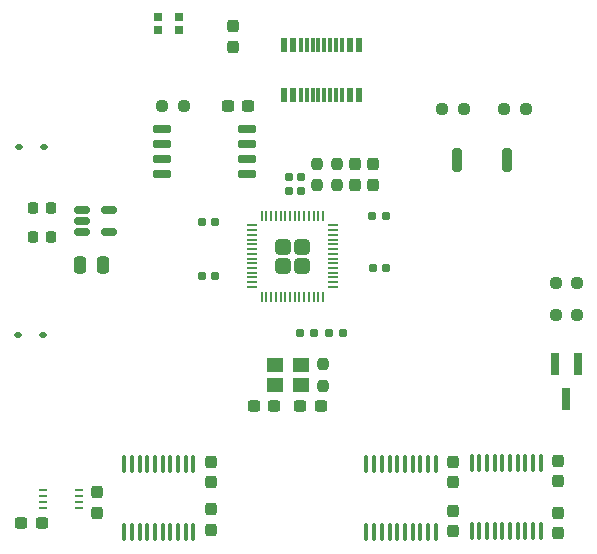
<source format=gtp>
G04 #@! TF.GenerationSoftware,KiCad,Pcbnew,9.0.5*
G04 #@! TF.CreationDate,2025-10-24T14:18:36+02:00*
G04 #@! TF.ProjectId,GameboyCartridgeV1.1,47616d65-626f-4794-9361-727472696467,rev?*
G04 #@! TF.SameCoordinates,Original*
G04 #@! TF.FileFunction,Paste,Top*
G04 #@! TF.FilePolarity,Positive*
%FSLAX46Y46*%
G04 Gerber Fmt 4.6, Leading zero omitted, Abs format (unit mm)*
G04 Created by KiCad (PCBNEW 9.0.5) date 2025-10-24 14:18:36*
%MOMM*%
%LPD*%
G01*
G04 APERTURE LIST*
G04 Aperture macros list*
%AMRoundRect*
0 Rectangle with rounded corners*
0 $1 Rounding radius*
0 $2 $3 $4 $5 $6 $7 $8 $9 X,Y pos of 4 corners*
0 Add a 4 corners polygon primitive as box body*
4,1,4,$2,$3,$4,$5,$6,$7,$8,$9,$2,$3,0*
0 Add four circle primitives for the rounded corners*
1,1,$1+$1,$2,$3*
1,1,$1+$1,$4,$5*
1,1,$1+$1,$6,$7*
1,1,$1+$1,$8,$9*
0 Add four rect primitives between the rounded corners*
20,1,$1+$1,$2,$3,$4,$5,0*
20,1,$1+$1,$4,$5,$6,$7,0*
20,1,$1+$1,$6,$7,$8,$9,0*
20,1,$1+$1,$8,$9,$2,$3,0*%
G04 Aperture macros list end*
%ADD10R,0.600000X1.150000*%
%ADD11R,0.300000X1.150000*%
%ADD12RoundRect,0.150000X-0.512500X-0.150000X0.512500X-0.150000X0.512500X0.150000X-0.512500X0.150000X0*%
%ADD13RoundRect,0.200000X-0.200000X-0.800000X0.200000X-0.800000X0.200000X0.800000X-0.200000X0.800000X0*%
%ADD14RoundRect,0.112500X-0.187500X-0.112500X0.187500X-0.112500X0.187500X0.112500X-0.187500X0.112500X0*%
%ADD15RoundRect,0.112500X0.187500X0.112500X-0.187500X0.112500X-0.187500X-0.112500X0.187500X-0.112500X0*%
%ADD16R,0.700000X0.700000*%
%ADD17RoundRect,0.250000X-0.250000X-0.475000X0.250000X-0.475000X0.250000X0.475000X-0.250000X0.475000X0*%
%ADD18RoundRect,0.225000X-0.225000X-0.250000X0.225000X-0.250000X0.225000X0.250000X-0.225000X0.250000X0*%
%ADD19RoundRect,0.155000X-0.212500X-0.155000X0.212500X-0.155000X0.212500X0.155000X-0.212500X0.155000X0*%
%ADD20RoundRect,0.237500X-0.237500X0.300000X-0.237500X-0.300000X0.237500X-0.300000X0.237500X0.300000X0*%
%ADD21RoundRect,0.237500X0.237500X-0.250000X0.237500X0.250000X-0.237500X0.250000X-0.237500X-0.250000X0*%
%ADD22RoundRect,0.237500X-0.237500X0.250000X-0.237500X-0.250000X0.237500X-0.250000X0.237500X0.250000X0*%
%ADD23RoundRect,0.155000X-0.155000X0.212500X-0.155000X-0.212500X0.155000X-0.212500X0.155000X0.212500X0*%
%ADD24RoundRect,0.155000X0.212500X0.155000X-0.212500X0.155000X-0.212500X-0.155000X0.212500X-0.155000X0*%
%ADD25RoundRect,0.237500X0.250000X0.237500X-0.250000X0.237500X-0.250000X-0.237500X0.250000X-0.237500X0*%
%ADD26RoundRect,0.237500X-0.300000X-0.237500X0.300000X-0.237500X0.300000X0.237500X-0.300000X0.237500X0*%
%ADD27RoundRect,0.237500X0.237500X-0.300000X0.237500X0.300000X-0.237500X0.300000X-0.237500X-0.300000X0*%
%ADD28RoundRect,0.249999X-0.395001X-0.395001X0.395001X-0.395001X0.395001X0.395001X-0.395001X0.395001X0*%
%ADD29RoundRect,0.050000X-0.387500X-0.050000X0.387500X-0.050000X0.387500X0.050000X-0.387500X0.050000X0*%
%ADD30RoundRect,0.050000X-0.050000X-0.387500X0.050000X-0.387500X0.050000X0.387500X-0.050000X0.387500X0*%
%ADD31R,1.400000X1.200000*%
%ADD32RoundRect,0.237500X0.300000X0.237500X-0.300000X0.237500X-0.300000X-0.237500X0.300000X-0.237500X0*%
%ADD33RoundRect,0.237500X-0.250000X-0.237500X0.250000X-0.237500X0.250000X0.237500X-0.250000X0.237500X0*%
%ADD34RoundRect,0.100000X-0.100000X0.637500X-0.100000X-0.637500X0.100000X-0.637500X0.100000X0.637500X0*%
%ADD35RoundRect,0.150000X-0.650000X-0.150000X0.650000X-0.150000X0.650000X0.150000X-0.650000X0.150000X0*%
%ADD36R,0.800000X1.900000*%
%ADD37R,0.750000X0.250000*%
G04 APERTURE END LIST*
D10*
X117355000Y-66915000D03*
X116555000Y-66915000D03*
D11*
X115905000Y-66915000D03*
X114905000Y-66915000D03*
X113405000Y-66915000D03*
X112405000Y-66915000D03*
D10*
X111755000Y-66915000D03*
X110955000Y-66915000D03*
X110955000Y-66915000D03*
X111755000Y-66915000D03*
D11*
X112905000Y-66915000D03*
X113905000Y-66915000D03*
X114405000Y-66915000D03*
X115405000Y-66915000D03*
D10*
X116555000Y-66915000D03*
X117355000Y-66915000D03*
X117360000Y-62740000D03*
X116560000Y-62740000D03*
D11*
X115410000Y-62740000D03*
X114410000Y-62740000D03*
X113910000Y-62740000D03*
X112910000Y-62740000D03*
D10*
X111760000Y-62740000D03*
X110960000Y-62740000D03*
X110960000Y-62740000D03*
X111760000Y-62740000D03*
D11*
X112410000Y-62740000D03*
X113410000Y-62740000D03*
X114910000Y-62740000D03*
X115910000Y-62740000D03*
D10*
X116560000Y-62740000D03*
X117360000Y-62740000D03*
D12*
X93917500Y-76695000D03*
X93917500Y-77645000D03*
X93917500Y-78595000D03*
X96192500Y-78595000D03*
X96192500Y-76695000D03*
D13*
X125650000Y-72500000D03*
X129850000Y-72500000D03*
D14*
X88550000Y-71400000D03*
X90650000Y-71400000D03*
D15*
X90550000Y-87300000D03*
X88450000Y-87300000D03*
D16*
X102115000Y-61450000D03*
X102115000Y-60350000D03*
X100285000Y-60350000D03*
X100285000Y-61450000D03*
D17*
X93755000Y-81370000D03*
X95655000Y-81370000D03*
D18*
X89700000Y-79010000D03*
X91250000Y-79010000D03*
X89700000Y-76500000D03*
X91250000Y-76500000D03*
D19*
X104032500Y-82300000D03*
X105167500Y-82300000D03*
D20*
X134200000Y-97937500D03*
X134200000Y-99662500D03*
D21*
X115500000Y-74612500D03*
X115500000Y-72787500D03*
D22*
X114300000Y-89737500D03*
X114300000Y-91562500D03*
D23*
X111400000Y-73932500D03*
X111400000Y-75067500D03*
X112400000Y-73932500D03*
X112400000Y-75067500D03*
D24*
X115967500Y-87100000D03*
X114832500Y-87100000D03*
X119627500Y-81600000D03*
X118492500Y-81600000D03*
D25*
X135812500Y-85600000D03*
X133987500Y-85600000D03*
D26*
X108437500Y-93300000D03*
X110162500Y-93300000D03*
D20*
X104800000Y-98037500D03*
X104800000Y-99762500D03*
D26*
X112387500Y-93300000D03*
X114112500Y-93300000D03*
D27*
X134200000Y-104062500D03*
X134200000Y-102337500D03*
X95200000Y-102312500D03*
X95200000Y-100587500D03*
X104800000Y-103762500D03*
X104800000Y-102037500D03*
D28*
X110900000Y-79800000D03*
X110900000Y-81400000D03*
X112500000Y-79800000D03*
X112500000Y-81400000D03*
D29*
X108262500Y-78000000D03*
X108262500Y-78400000D03*
X108262500Y-78800000D03*
X108262500Y-79200000D03*
X108262500Y-79600000D03*
X108262500Y-80000000D03*
X108262500Y-80400000D03*
X108262500Y-80800000D03*
X108262500Y-81200000D03*
X108262500Y-81600000D03*
X108262500Y-82000000D03*
X108262500Y-82400000D03*
X108262500Y-82800000D03*
X108262500Y-83200000D03*
D30*
X109100000Y-84037500D03*
X109500000Y-84037500D03*
X109900000Y-84037500D03*
X110300000Y-84037500D03*
X110700000Y-84037500D03*
X111100000Y-84037500D03*
X111500000Y-84037500D03*
X111900000Y-84037500D03*
X112300000Y-84037500D03*
X112700000Y-84037500D03*
X113100000Y-84037500D03*
X113500000Y-84037500D03*
X113900000Y-84037500D03*
X114300000Y-84037500D03*
D29*
X115137500Y-83200000D03*
X115137500Y-82800000D03*
X115137500Y-82400000D03*
X115137500Y-82000000D03*
X115137500Y-81600000D03*
X115137500Y-81200000D03*
X115137500Y-80800000D03*
X115137500Y-80400000D03*
X115137500Y-80000000D03*
X115137500Y-79600000D03*
X115137500Y-79200000D03*
X115137500Y-78800000D03*
X115137500Y-78400000D03*
X115137500Y-78000000D03*
D30*
X114300000Y-77162500D03*
X113900000Y-77162500D03*
X113500000Y-77162500D03*
X113100000Y-77162500D03*
X112700000Y-77162500D03*
X112300000Y-77162500D03*
X111900000Y-77162500D03*
X111500000Y-77162500D03*
X111100000Y-77162500D03*
X110700000Y-77162500D03*
X110300000Y-77162500D03*
X109900000Y-77162500D03*
X109500000Y-77162500D03*
X109100000Y-77162500D03*
D19*
X104032500Y-77700000D03*
X105167500Y-77700000D03*
D31*
X112400000Y-89800000D03*
X110200000Y-89800000D03*
X110200000Y-91500000D03*
X112400000Y-91500000D03*
D32*
X90462500Y-103200000D03*
X88737500Y-103200000D03*
D24*
X113517500Y-87100000D03*
X112382500Y-87100000D03*
D25*
X135812500Y-82900000D03*
X133987500Y-82900000D03*
D33*
X124387500Y-68100000D03*
X126212500Y-68100000D03*
D27*
X125300000Y-103862500D03*
X125300000Y-102137500D03*
D24*
X119617500Y-77200000D03*
X118482500Y-77200000D03*
D34*
X123825000Y-98237500D03*
X123175000Y-98237500D03*
X122525000Y-98237500D03*
X121875000Y-98237500D03*
X121225000Y-98237500D03*
X120575000Y-98237500D03*
X119925000Y-98237500D03*
X119275000Y-98237500D03*
X118625000Y-98237500D03*
X117975000Y-98237500D03*
X117975000Y-103962500D03*
X118625000Y-103962500D03*
X119275000Y-103962500D03*
X119925000Y-103962500D03*
X120575000Y-103962500D03*
X121225000Y-103962500D03*
X121875000Y-103962500D03*
X122525000Y-103962500D03*
X123175000Y-103962500D03*
X123825000Y-103962500D03*
D20*
X106700000Y-61137500D03*
X106700000Y-62862500D03*
D21*
X113800000Y-74612500D03*
X113800000Y-72787500D03*
D26*
X106237500Y-67900000D03*
X107962500Y-67900000D03*
D20*
X125300000Y-98037500D03*
X125300000Y-99762500D03*
D35*
X100700000Y-69795000D03*
X100700000Y-71065000D03*
X100700000Y-72335000D03*
X100700000Y-73605000D03*
X107900000Y-73605000D03*
X107900000Y-72335000D03*
X107900000Y-71065000D03*
X107900000Y-69795000D03*
D33*
X129627500Y-68100000D03*
X131452500Y-68100000D03*
D34*
X103325000Y-98237500D03*
X102675000Y-98237500D03*
X102025000Y-98237500D03*
X101375000Y-98237500D03*
X100725000Y-98237500D03*
X100075000Y-98237500D03*
X99425000Y-98237500D03*
X98775000Y-98237500D03*
X98125000Y-98237500D03*
X97475000Y-98237500D03*
X97475000Y-103962500D03*
X98125000Y-103962500D03*
X98775000Y-103962500D03*
X99425000Y-103962500D03*
X100075000Y-103962500D03*
X100725000Y-103962500D03*
X101375000Y-103962500D03*
X102025000Y-103962500D03*
X102675000Y-103962500D03*
X103325000Y-103962500D03*
X132725000Y-98137500D03*
X132075000Y-98137500D03*
X131425000Y-98137500D03*
X130775000Y-98137500D03*
X130125000Y-98137500D03*
X129475000Y-98137500D03*
X128825000Y-98137500D03*
X128175000Y-98137500D03*
X127525000Y-98137500D03*
X126875000Y-98137500D03*
X126875000Y-103862500D03*
X127525000Y-103862500D03*
X128175000Y-103862500D03*
X128825000Y-103862500D03*
X129475000Y-103862500D03*
X130125000Y-103862500D03*
X130775000Y-103862500D03*
X131425000Y-103862500D03*
X132075000Y-103862500D03*
X132725000Y-103862500D03*
D36*
X135850000Y-89700000D03*
X133950000Y-89700000D03*
X134900000Y-92700000D03*
D33*
X100687500Y-67900000D03*
X102512500Y-67900000D03*
D37*
X93650000Y-101900000D03*
X93650000Y-101400000D03*
X93650000Y-100900000D03*
X93650000Y-100400000D03*
X90550000Y-100400000D03*
X90550000Y-100900000D03*
X90550000Y-101400000D03*
X90550000Y-101900000D03*
D20*
X118500000Y-72837500D03*
X118500000Y-74562500D03*
X117000000Y-72837500D03*
X117000000Y-74562500D03*
M02*

</source>
